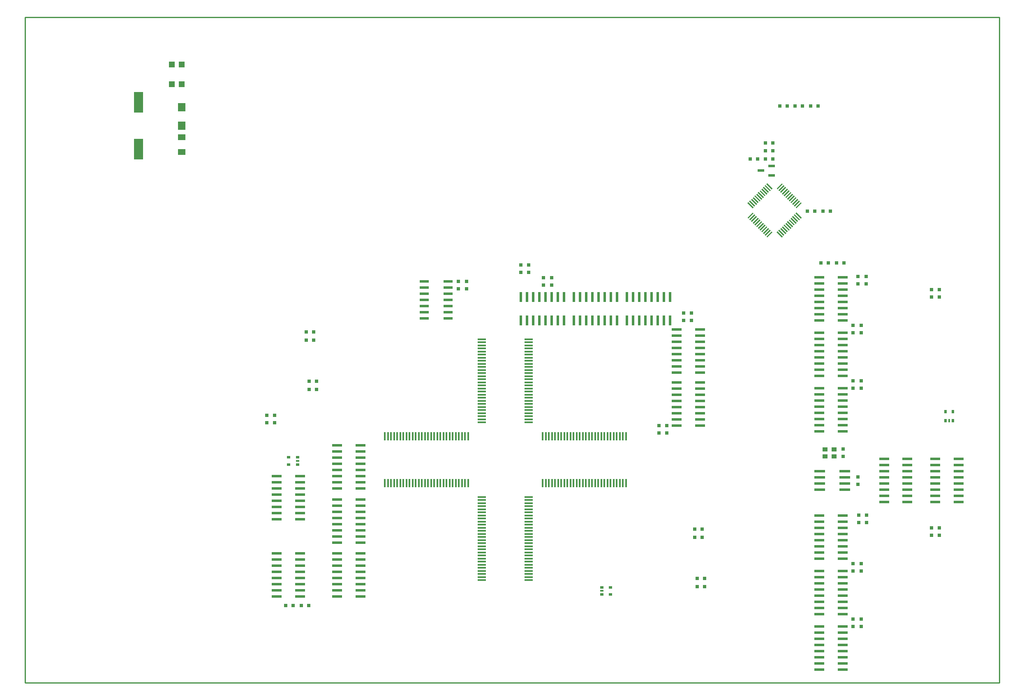
<source format=gbr>
G04 EAGLE Gerber RS-274X export*
G75*
%MOMM*%
%FSLAX34Y34*%
%LPD*%
%INSolderpaste Top*%
%IPPOS*%
%AMOC8*
5,1,8,0,0,1.08239X$1,22.5*%
G01*
%ADD10R,0.280000X1.500000*%
%ADD11R,1.500000X0.280000*%
%ADD12R,1.981200X0.558800*%
%ADD13R,2.057400X0.609600*%
%ADD14R,0.406400X1.727200*%
%ADD15R,1.727200X0.406400*%
%ADD16R,0.609600X2.057400*%
%ADD17R,0.800000X0.800000*%
%ADD18R,2.200000X0.600000*%
%ADD19R,1.050000X0.950000*%
%ADD20R,1.320800X0.558800*%
%ADD21R,1.200000X1.300000*%
%ADD22R,1.500000X1.750000*%
%ADD23R,1.600000X1.300000*%
%ADD24R,1.930400X4.318000*%
%ADD25R,0.600000X0.700000*%
%ADD26R,0.400000X0.700000*%
%ADD27R,0.700000X0.600000*%
%ADD28R,0.700000X0.400000*%
%ADD29C,0.254000*%


D10*
G36*
X1489983Y956664D02*
X1488003Y958644D01*
X1498609Y969250D01*
X1500589Y967270D01*
X1489983Y956664D01*
G37*
G36*
X1493519Y953129D02*
X1491539Y955109D01*
X1502145Y965715D01*
X1504125Y963735D01*
X1493519Y953129D01*
G37*
G36*
X1497055Y949593D02*
X1495075Y951573D01*
X1505681Y962179D01*
X1507661Y960199D01*
X1497055Y949593D01*
G37*
G36*
X1500590Y946058D02*
X1498610Y948038D01*
X1509216Y958644D01*
X1511196Y956664D01*
X1500590Y946058D01*
G37*
G36*
X1504126Y942522D02*
X1502146Y944502D01*
X1512752Y955108D01*
X1514732Y953128D01*
X1504126Y942522D01*
G37*
G36*
X1507661Y938987D02*
X1505681Y940967D01*
X1516287Y951573D01*
X1518267Y949593D01*
X1507661Y938987D01*
G37*
G36*
X1511197Y935451D02*
X1509217Y937431D01*
X1519823Y948037D01*
X1521803Y946057D01*
X1511197Y935451D01*
G37*
G36*
X1514732Y931916D02*
X1512752Y933896D01*
X1523358Y944502D01*
X1525338Y942522D01*
X1514732Y931916D01*
G37*
G36*
X1518268Y928380D02*
X1516288Y930360D01*
X1526894Y940966D01*
X1528874Y938986D01*
X1518268Y928380D01*
G37*
G36*
X1521803Y924845D02*
X1519823Y926825D01*
X1530429Y937431D01*
X1532409Y935451D01*
X1521803Y924845D01*
G37*
G36*
X1525339Y921309D02*
X1523359Y923289D01*
X1533965Y933895D01*
X1535945Y931915D01*
X1525339Y921309D01*
G37*
G36*
X1528874Y917773D02*
X1526894Y919753D01*
X1537500Y930359D01*
X1539480Y928379D01*
X1528874Y917773D01*
G37*
D11*
G36*
X1558714Y917773D02*
X1548108Y928379D01*
X1550088Y930359D01*
X1560694Y919753D01*
X1558714Y917773D01*
G37*
G36*
X1562249Y921309D02*
X1551643Y931915D01*
X1553623Y933895D01*
X1564229Y923289D01*
X1562249Y921309D01*
G37*
G36*
X1565785Y924845D02*
X1555179Y935451D01*
X1557159Y937431D01*
X1567765Y926825D01*
X1565785Y924845D01*
G37*
G36*
X1569320Y928380D02*
X1558714Y938986D01*
X1560694Y940966D01*
X1571300Y930360D01*
X1569320Y928380D01*
G37*
G36*
X1572856Y931916D02*
X1562250Y942522D01*
X1564230Y944502D01*
X1574836Y933896D01*
X1572856Y931916D01*
G37*
G36*
X1576391Y935451D02*
X1565785Y946057D01*
X1567765Y948037D01*
X1578371Y937431D01*
X1576391Y935451D01*
G37*
G36*
X1579927Y938987D02*
X1569321Y949593D01*
X1571301Y951573D01*
X1581907Y940967D01*
X1579927Y938987D01*
G37*
G36*
X1583462Y942522D02*
X1572856Y953128D01*
X1574836Y955108D01*
X1585442Y944502D01*
X1583462Y942522D01*
G37*
G36*
X1586998Y946058D02*
X1576392Y956664D01*
X1578372Y958644D01*
X1588978Y948038D01*
X1586998Y946058D01*
G37*
G36*
X1590533Y949593D02*
X1579927Y960199D01*
X1581907Y962179D01*
X1592513Y951573D01*
X1590533Y949593D01*
G37*
G36*
X1594069Y953129D02*
X1583463Y963735D01*
X1585443Y965715D01*
X1596049Y955109D01*
X1594069Y953129D01*
G37*
G36*
X1597604Y956664D02*
X1586998Y967270D01*
X1588978Y969250D01*
X1599584Y958644D01*
X1597604Y956664D01*
G37*
D10*
G36*
X1588978Y977878D02*
X1586998Y979858D01*
X1597604Y990464D01*
X1599584Y988484D01*
X1588978Y977878D01*
G37*
G36*
X1585443Y981413D02*
X1583463Y983393D01*
X1594069Y993999D01*
X1596049Y992019D01*
X1585443Y981413D01*
G37*
G36*
X1581907Y984949D02*
X1579927Y986929D01*
X1590533Y997535D01*
X1592513Y995555D01*
X1581907Y984949D01*
G37*
G36*
X1578372Y988484D02*
X1576392Y990464D01*
X1586998Y1001070D01*
X1588978Y999090D01*
X1578372Y988484D01*
G37*
G36*
X1574836Y992020D02*
X1572856Y994000D01*
X1583462Y1004606D01*
X1585442Y1002626D01*
X1574836Y992020D01*
G37*
G36*
X1571301Y995555D02*
X1569321Y997535D01*
X1579927Y1008141D01*
X1581907Y1006161D01*
X1571301Y995555D01*
G37*
G36*
X1567765Y999091D02*
X1565785Y1001071D01*
X1576391Y1011677D01*
X1578371Y1009697D01*
X1567765Y999091D01*
G37*
G36*
X1564230Y1002626D02*
X1562250Y1004606D01*
X1572856Y1015212D01*
X1574836Y1013232D01*
X1564230Y1002626D01*
G37*
G36*
X1560694Y1006162D02*
X1558714Y1008142D01*
X1569320Y1018748D01*
X1571300Y1016768D01*
X1560694Y1006162D01*
G37*
G36*
X1557159Y1009697D02*
X1555179Y1011677D01*
X1565785Y1022283D01*
X1567765Y1020303D01*
X1557159Y1009697D01*
G37*
G36*
X1553623Y1013233D02*
X1551643Y1015213D01*
X1562249Y1025819D01*
X1564229Y1023839D01*
X1553623Y1013233D01*
G37*
G36*
X1550088Y1016768D02*
X1548108Y1018748D01*
X1558714Y1029354D01*
X1560694Y1027374D01*
X1550088Y1016768D01*
G37*
D11*
G36*
X1537500Y1016768D02*
X1526894Y1027374D01*
X1528874Y1029354D01*
X1539480Y1018748D01*
X1537500Y1016768D01*
G37*
G36*
X1533965Y1013233D02*
X1523359Y1023839D01*
X1525339Y1025819D01*
X1535945Y1015213D01*
X1533965Y1013233D01*
G37*
G36*
X1530429Y1009697D02*
X1519823Y1020303D01*
X1521803Y1022283D01*
X1532409Y1011677D01*
X1530429Y1009697D01*
G37*
G36*
X1526894Y1006162D02*
X1516288Y1016768D01*
X1518268Y1018748D01*
X1528874Y1008142D01*
X1526894Y1006162D01*
G37*
G36*
X1523358Y1002626D02*
X1512752Y1013232D01*
X1514732Y1015212D01*
X1525338Y1004606D01*
X1523358Y1002626D01*
G37*
G36*
X1519823Y999091D02*
X1509217Y1009697D01*
X1511197Y1011677D01*
X1521803Y1001071D01*
X1519823Y999091D01*
G37*
G36*
X1516287Y995555D02*
X1505681Y1006161D01*
X1507661Y1008141D01*
X1518267Y997535D01*
X1516287Y995555D01*
G37*
G36*
X1512752Y992020D02*
X1502146Y1002626D01*
X1504126Y1004606D01*
X1514732Y994000D01*
X1512752Y992020D01*
G37*
G36*
X1509216Y988484D02*
X1498610Y999090D01*
X1500590Y1001070D01*
X1511196Y990464D01*
X1509216Y988484D01*
G37*
G36*
X1505681Y984949D02*
X1495075Y995555D01*
X1497055Y997535D01*
X1507661Y986929D01*
X1505681Y984949D01*
G37*
G36*
X1502145Y981413D02*
X1491539Y992019D01*
X1493519Y993999D01*
X1504125Y983393D01*
X1502145Y981413D01*
G37*
G36*
X1498609Y977878D02*
X1488003Y988484D01*
X1489983Y990464D01*
X1500589Y979858D01*
X1498609Y977878D01*
G37*
D12*
X822452Y826770D03*
X822452Y814070D03*
X822452Y801370D03*
X822452Y788670D03*
X822452Y775970D03*
X822452Y763270D03*
X822452Y750570D03*
X871728Y750570D03*
X871728Y763270D03*
X871728Y775970D03*
X871728Y788670D03*
X871728Y801370D03*
X871728Y814070D03*
X871728Y826770D03*
D13*
X1769364Y461010D03*
X1769364Y448310D03*
X1769364Y435610D03*
X1769364Y422910D03*
X1769364Y410210D03*
X1769364Y397510D03*
X1769364Y384810D03*
X1769364Y372110D03*
X1817370Y372110D03*
X1817370Y384810D03*
X1817370Y397510D03*
X1817370Y410210D03*
X1817370Y422910D03*
X1817370Y435610D03*
X1817370Y448310D03*
X1817370Y461010D03*
X1874774Y461010D03*
X1874774Y448310D03*
X1874774Y435610D03*
X1874774Y422910D03*
X1874774Y410210D03*
X1874774Y397510D03*
X1874774Y384810D03*
X1874774Y372110D03*
X1922780Y372110D03*
X1922780Y384810D03*
X1922780Y397510D03*
X1922780Y410210D03*
X1922780Y422910D03*
X1922780Y435610D03*
X1922780Y448310D03*
X1922780Y461010D03*
D14*
X912622Y508000D03*
X906018Y508000D03*
X899922Y508000D03*
X893318Y508000D03*
X887222Y508000D03*
X880618Y508000D03*
X874522Y508000D03*
X867918Y508000D03*
X861822Y508000D03*
X855218Y508000D03*
X849122Y508000D03*
X842518Y508000D03*
X836422Y508000D03*
X829818Y508000D03*
X823722Y508000D03*
X817118Y508000D03*
X811022Y508000D03*
X804418Y508000D03*
X798322Y508000D03*
X791718Y508000D03*
X785622Y508000D03*
X779018Y508000D03*
X772922Y508000D03*
X766318Y508000D03*
X760222Y508000D03*
X753618Y508000D03*
X747522Y508000D03*
X740918Y508000D03*
X740918Y411480D03*
X747522Y411480D03*
X753618Y411480D03*
X760222Y411480D03*
X766318Y411480D03*
X772922Y411480D03*
X779018Y411480D03*
X785622Y411480D03*
X791718Y411480D03*
X798322Y411480D03*
X804418Y411480D03*
X811022Y411480D03*
X817118Y411480D03*
X823722Y411480D03*
X829818Y411480D03*
X836422Y411480D03*
X842518Y411480D03*
X849122Y411480D03*
X855218Y411480D03*
X861822Y411480D03*
X867918Y411480D03*
X874522Y411480D03*
X880618Y411480D03*
X887222Y411480D03*
X893318Y411480D03*
X899922Y411480D03*
X906018Y411480D03*
X912622Y411480D03*
D15*
X941070Y708152D03*
X941070Y701548D03*
X941070Y695452D03*
X941070Y688848D03*
X941070Y682752D03*
X941070Y676148D03*
X941070Y670052D03*
X941070Y663448D03*
X941070Y657352D03*
X941070Y650748D03*
X941070Y644652D03*
X941070Y638048D03*
X941070Y631952D03*
X941070Y625348D03*
X941070Y619252D03*
X941070Y612648D03*
X941070Y606552D03*
X941070Y599948D03*
X941070Y593852D03*
X941070Y587248D03*
X941070Y581152D03*
X941070Y574548D03*
X941070Y568452D03*
X941070Y561848D03*
X941070Y555752D03*
X941070Y549148D03*
X941070Y543052D03*
X941070Y536448D03*
X1037590Y536448D03*
X1037590Y543052D03*
X1037590Y549148D03*
X1037590Y555752D03*
X1037590Y561848D03*
X1037590Y568452D03*
X1037590Y574548D03*
X1037590Y581152D03*
X1037590Y587248D03*
X1037590Y593852D03*
X1037590Y599948D03*
X1037590Y606552D03*
X1037590Y612648D03*
X1037590Y619252D03*
X1037590Y625348D03*
X1037590Y631952D03*
X1037590Y638048D03*
X1037590Y644652D03*
X1037590Y650748D03*
X1037590Y657352D03*
X1037590Y663448D03*
X1037590Y670052D03*
X1037590Y676148D03*
X1037590Y682752D03*
X1037590Y688848D03*
X1037590Y695452D03*
X1037590Y701548D03*
X1037590Y708152D03*
X1037590Y211328D03*
X1037590Y217932D03*
X1037590Y224028D03*
X1037590Y230632D03*
X1037590Y236728D03*
X1037590Y243332D03*
X1037590Y249428D03*
X1037590Y256032D03*
X1037590Y262128D03*
X1037590Y268732D03*
X1037590Y274828D03*
X1037590Y281432D03*
X1037590Y287528D03*
X1037590Y294132D03*
X1037590Y300228D03*
X1037590Y306832D03*
X1037590Y312928D03*
X1037590Y319532D03*
X1037590Y325628D03*
X1037590Y332232D03*
X1037590Y338328D03*
X1037590Y344932D03*
X1037590Y351028D03*
X1037590Y357632D03*
X1037590Y363728D03*
X1037590Y370332D03*
X1037590Y376428D03*
X1037590Y383032D03*
X941070Y383032D03*
X941070Y376428D03*
X941070Y370332D03*
X941070Y363728D03*
X941070Y357632D03*
X941070Y351028D03*
X941070Y344932D03*
X941070Y338328D03*
X941070Y332232D03*
X941070Y325628D03*
X941070Y319532D03*
X941070Y312928D03*
X941070Y306832D03*
X941070Y300228D03*
X941070Y294132D03*
X941070Y287528D03*
X941070Y281432D03*
X941070Y274828D03*
X941070Y268732D03*
X941070Y262128D03*
X941070Y256032D03*
X941070Y249428D03*
X941070Y243332D03*
X941070Y236728D03*
X941070Y230632D03*
X941070Y224028D03*
X941070Y217932D03*
X941070Y211328D03*
D14*
X1066038Y411480D03*
X1072642Y411480D03*
X1078738Y411480D03*
X1085342Y411480D03*
X1091438Y411480D03*
X1098042Y411480D03*
X1104138Y411480D03*
X1110742Y411480D03*
X1116838Y411480D03*
X1123442Y411480D03*
X1129538Y411480D03*
X1136142Y411480D03*
X1142238Y411480D03*
X1148842Y411480D03*
X1154938Y411480D03*
X1161542Y411480D03*
X1167638Y411480D03*
X1174242Y411480D03*
X1180338Y411480D03*
X1186942Y411480D03*
X1193038Y411480D03*
X1199642Y411480D03*
X1205738Y411480D03*
X1212342Y411480D03*
X1218438Y411480D03*
X1225042Y411480D03*
X1231138Y411480D03*
X1237742Y411480D03*
X1237742Y508000D03*
X1231138Y508000D03*
X1225042Y508000D03*
X1218438Y508000D03*
X1212342Y508000D03*
X1205738Y508000D03*
X1199642Y508000D03*
X1193038Y508000D03*
X1186942Y508000D03*
X1180338Y508000D03*
X1174242Y508000D03*
X1167638Y508000D03*
X1161542Y508000D03*
X1154938Y508000D03*
X1148842Y508000D03*
X1142238Y508000D03*
X1136142Y508000D03*
X1129538Y508000D03*
X1123442Y508000D03*
X1116838Y508000D03*
X1110742Y508000D03*
X1104138Y508000D03*
X1098042Y508000D03*
X1091438Y508000D03*
X1085342Y508000D03*
X1078738Y508000D03*
X1072642Y508000D03*
X1066038Y508000D03*
D13*
X518414Y266700D03*
X518414Y254000D03*
X518414Y241300D03*
X518414Y228600D03*
X518414Y215900D03*
X518414Y203200D03*
X518414Y190500D03*
X518414Y177800D03*
X566420Y177800D03*
X566420Y190500D03*
X566420Y203200D03*
X566420Y215900D03*
X566420Y228600D03*
X566420Y241300D03*
X566420Y254000D03*
X566420Y266700D03*
X690626Y177800D03*
X690626Y190500D03*
X690626Y203200D03*
X690626Y215900D03*
X690626Y228600D03*
X690626Y241300D03*
X690626Y254000D03*
X690626Y266700D03*
X642620Y266700D03*
X642620Y254000D03*
X642620Y241300D03*
X642620Y228600D03*
X642620Y215900D03*
X642620Y203200D03*
X642620Y190500D03*
X642620Y177800D03*
X690626Y288290D03*
X690626Y300990D03*
X690626Y313690D03*
X690626Y326390D03*
X690626Y339090D03*
X690626Y351790D03*
X690626Y364490D03*
X690626Y377190D03*
X642620Y377190D03*
X642620Y364490D03*
X642620Y351790D03*
X642620Y339090D03*
X642620Y326390D03*
X642620Y313690D03*
X642620Y300990D03*
X642620Y288290D03*
X690626Y400050D03*
X690626Y412750D03*
X690626Y425450D03*
X690626Y438150D03*
X690626Y450850D03*
X690626Y463550D03*
X690626Y476250D03*
X690626Y488950D03*
X642620Y488950D03*
X642620Y476250D03*
X642620Y463550D03*
X642620Y450850D03*
X642620Y438150D03*
X642620Y425450D03*
X642620Y412750D03*
X642620Y400050D03*
X1390396Y529590D03*
X1390396Y542290D03*
X1390396Y554990D03*
X1390396Y567690D03*
X1390396Y580390D03*
X1390396Y593090D03*
X1390396Y605790D03*
X1390396Y618490D03*
X1342390Y618490D03*
X1342390Y605790D03*
X1342390Y593090D03*
X1342390Y580390D03*
X1342390Y567690D03*
X1342390Y554990D03*
X1342390Y542290D03*
X1342390Y529590D03*
X1390396Y638810D03*
X1390396Y651510D03*
X1390396Y664210D03*
X1390396Y676910D03*
X1390396Y689610D03*
X1390396Y702310D03*
X1390396Y715010D03*
X1390396Y727710D03*
X1342390Y727710D03*
X1342390Y715010D03*
X1342390Y702310D03*
X1342390Y689610D03*
X1342390Y676910D03*
X1342390Y664210D03*
X1342390Y651510D03*
X1342390Y638810D03*
D16*
X1328420Y794766D03*
X1315720Y794766D03*
X1303020Y794766D03*
X1290320Y794766D03*
X1277620Y794766D03*
X1264920Y794766D03*
X1252220Y794766D03*
X1239520Y794766D03*
X1239520Y746760D03*
X1252220Y746760D03*
X1264920Y746760D03*
X1277620Y746760D03*
X1290320Y746760D03*
X1303020Y746760D03*
X1315720Y746760D03*
X1328420Y746760D03*
X1219200Y794766D03*
X1206500Y794766D03*
X1193800Y794766D03*
X1181100Y794766D03*
X1168400Y794766D03*
X1155700Y794766D03*
X1143000Y794766D03*
X1130300Y794766D03*
X1130300Y746760D03*
X1143000Y746760D03*
X1155700Y746760D03*
X1168400Y746760D03*
X1181100Y746760D03*
X1193800Y746760D03*
X1206500Y746760D03*
X1219200Y746760D03*
X1109980Y794766D03*
X1097280Y794766D03*
X1084580Y794766D03*
X1071880Y794766D03*
X1059180Y794766D03*
X1046480Y794766D03*
X1033780Y794766D03*
X1021080Y794766D03*
X1021080Y746760D03*
X1033780Y746760D03*
X1046480Y746760D03*
X1059180Y746760D03*
X1071880Y746760D03*
X1084580Y746760D03*
X1097280Y746760D03*
X1109980Y746760D03*
D13*
X1636014Y835660D03*
X1636014Y822960D03*
X1636014Y810260D03*
X1636014Y797560D03*
X1636014Y784860D03*
X1636014Y772160D03*
X1636014Y759460D03*
X1636014Y746760D03*
X1684020Y746760D03*
X1684020Y759460D03*
X1684020Y772160D03*
X1684020Y784860D03*
X1684020Y797560D03*
X1684020Y810260D03*
X1684020Y822960D03*
X1684020Y835660D03*
X1636014Y721360D03*
X1636014Y708660D03*
X1636014Y695960D03*
X1636014Y683260D03*
X1636014Y670560D03*
X1636014Y657860D03*
X1636014Y645160D03*
X1636014Y632460D03*
X1684020Y632460D03*
X1684020Y645160D03*
X1684020Y657860D03*
X1684020Y670560D03*
X1684020Y683260D03*
X1684020Y695960D03*
X1684020Y708660D03*
X1684020Y721360D03*
X1636014Y607060D03*
X1636014Y594360D03*
X1636014Y581660D03*
X1636014Y568960D03*
X1636014Y556260D03*
X1636014Y543560D03*
X1636014Y530860D03*
X1636014Y518160D03*
X1684020Y518160D03*
X1684020Y530860D03*
X1684020Y543560D03*
X1684020Y556260D03*
X1684020Y568960D03*
X1684020Y581660D03*
X1684020Y594360D03*
X1684020Y607060D03*
X1636014Y344170D03*
X1636014Y331470D03*
X1636014Y318770D03*
X1636014Y306070D03*
X1636014Y293370D03*
X1636014Y280670D03*
X1636014Y267970D03*
X1636014Y255270D03*
X1684020Y255270D03*
X1684020Y267970D03*
X1684020Y280670D03*
X1684020Y293370D03*
X1684020Y306070D03*
X1684020Y318770D03*
X1684020Y331470D03*
X1684020Y344170D03*
X1636014Y229870D03*
X1636014Y217170D03*
X1636014Y204470D03*
X1636014Y191770D03*
X1636014Y179070D03*
X1636014Y166370D03*
X1636014Y153670D03*
X1636014Y140970D03*
X1684020Y140970D03*
X1684020Y153670D03*
X1684020Y166370D03*
X1684020Y179070D03*
X1684020Y191770D03*
X1684020Y204470D03*
X1684020Y217170D03*
X1684020Y229870D03*
X1636014Y115570D03*
X1636014Y102870D03*
X1636014Y90170D03*
X1636014Y77470D03*
X1636014Y64770D03*
X1636014Y52070D03*
X1636014Y39370D03*
X1636014Y26670D03*
X1684020Y26670D03*
X1684020Y39370D03*
X1684020Y52070D03*
X1684020Y64770D03*
X1684020Y77470D03*
X1684020Y90170D03*
X1684020Y102870D03*
X1684020Y115570D03*
D17*
X1540510Y1112520D03*
X1525270Y1112520D03*
X1685290Y481330D03*
X1685290Y466090D03*
X594360Y722630D03*
X579120Y722630D03*
X594360Y706120D03*
X579120Y706120D03*
X585470Y604520D03*
X600710Y604520D03*
X585470Y621030D03*
X600710Y621030D03*
X1384300Y198120D03*
X1399540Y198120D03*
X1384300Y214630D03*
X1399540Y214630D03*
X1394460Y316230D03*
X1379220Y316230D03*
X1394460Y299720D03*
X1379220Y299720D03*
X514350Y551180D03*
X514350Y535940D03*
X497840Y551180D03*
X497840Y535940D03*
X1021080Y845820D03*
X1021080Y861060D03*
X1037590Y845820D03*
X1037590Y861060D03*
X1322070Y514350D03*
X1322070Y529590D03*
X1305560Y514350D03*
X1305560Y529590D03*
X1356360Y762000D03*
X1356360Y746760D03*
X1372870Y762000D03*
X1372870Y746760D03*
X1715770Y821690D03*
X1715770Y836930D03*
X1732280Y821690D03*
X1732280Y836930D03*
X1705610Y736600D03*
X1705610Y721360D03*
X1722120Y736600D03*
X1722120Y721360D03*
X1705610Y622300D03*
X1705610Y607060D03*
X1722120Y622300D03*
X1722120Y607060D03*
X1717040Y330200D03*
X1717040Y345440D03*
X1733550Y330200D03*
X1733550Y345440D03*
X1705610Y245110D03*
X1705610Y229870D03*
X1722120Y245110D03*
X1722120Y229870D03*
X1705610Y130810D03*
X1705610Y115570D03*
X1722120Y130810D03*
X1722120Y115570D03*
X1508760Y1079500D03*
X1493520Y1079500D03*
X1569720Y1188720D03*
X1554480Y1188720D03*
X1601470Y1188720D03*
X1586230Y1188720D03*
X1633220Y1188720D03*
X1617980Y1188720D03*
D18*
X1636430Y422910D03*
X1688430Y422910D03*
X1636430Y435610D03*
X1636430Y410210D03*
X1636430Y397510D03*
X1688430Y435610D03*
X1688430Y410210D03*
X1688430Y397510D03*
D19*
X1666600Y480960D03*
X1648100Y480960D03*
X1648100Y466460D03*
X1666600Y466460D03*
D17*
X1540510Y1096010D03*
X1525270Y1096010D03*
X1715770Y408940D03*
X1715770Y424180D03*
X1084580Y834390D03*
X1084580Y819150D03*
X1654810Y864870D03*
X1639570Y864870D03*
D13*
X566166Y336550D03*
X566166Y349250D03*
X566166Y361950D03*
X566166Y374650D03*
X566166Y387350D03*
X566166Y400050D03*
X566166Y412750D03*
X566166Y425450D03*
X518160Y425450D03*
X518160Y412750D03*
X518160Y400050D03*
X518160Y387350D03*
X518160Y374650D03*
X518160Y361950D03*
X518160Y349250D03*
X518160Y336550D03*
D17*
X1068070Y819150D03*
X1068070Y834390D03*
X1686560Y864870D03*
X1671320Y864870D03*
X584200Y158750D03*
X568960Y158750D03*
X537210Y158750D03*
X552450Y158750D03*
D20*
X1537462Y1045972D03*
X1537462Y1064768D03*
X1515618Y1055370D03*
D17*
X1525270Y1079500D03*
X1540510Y1079500D03*
X1866900Y303530D03*
X1866900Y318770D03*
X1883410Y303530D03*
X1883410Y318770D03*
X1866900Y795020D03*
X1866900Y810260D03*
X1883410Y795020D03*
X1883410Y810260D03*
X892810Y811530D03*
X892810Y826770D03*
X909320Y811530D03*
X909320Y826770D03*
X1626870Y971550D03*
X1611630Y971550D03*
X1658620Y971550D03*
X1643380Y971550D03*
D21*
X322580Y1233170D03*
X302260Y1233170D03*
D22*
X322580Y1148380D03*
X322580Y1185880D03*
D23*
X322580Y1093470D03*
X322580Y1123950D03*
D24*
X233680Y1196340D03*
X233680Y1099820D03*
D21*
X302260Y1273810D03*
X322580Y1273810D03*
D25*
X1896230Y539910D03*
D26*
X1903730Y539910D03*
D25*
X1911230Y539910D03*
X1911230Y558410D03*
X1896230Y558410D03*
D27*
X1187610Y196730D03*
D28*
X1187610Y189230D03*
D27*
X1187610Y181730D03*
X1206110Y181730D03*
X1206110Y196730D03*
X561180Y449700D03*
D28*
X561180Y457200D03*
D27*
X561180Y464700D03*
X542680Y464700D03*
X542680Y449700D03*
D29*
X0Y0D02*
X2006600Y0D01*
X2006600Y1371600D01*
X0Y1371600D01*
X0Y0D01*
M02*

</source>
